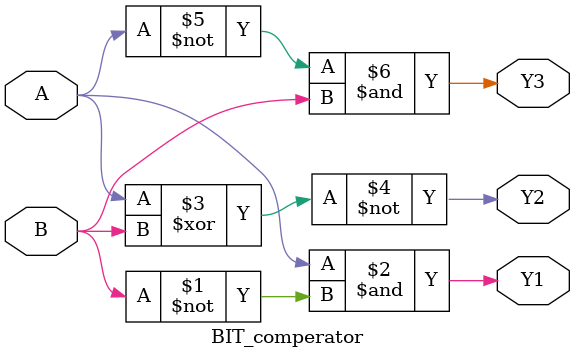
<source format=v>
`timescale 1ns / 1ps


module BIT_comperator(
    input A,
    input B,
    output Y1,
    output Y2,
    output Y3
    );
    assign Y1 = (A & ~B); // A > B
    assign Y2 = ~(A ^ B); // A = B
    assign Y3 = (~A & B); // A < B
endmodule
</source>
